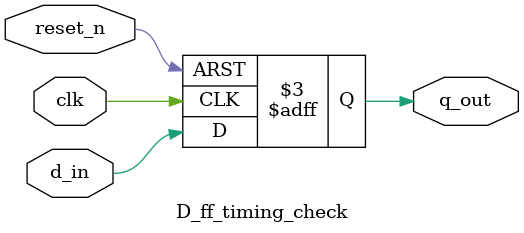
<source format=v>
`timescale 1ns / 1ps


module D_ff_timing_check(
    input d_in,
    input clk,
    input reset_n,
    output reg q_out
    );
    
always@(posedge clk , negedge reset_n)
begin
    if(!reset_n)
        q_out <= 0;
    else
        q_out <= d_in;
end
endmodule

</source>
